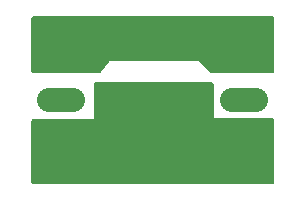
<source format=gbl>
%TF.GenerationSoftware,KiCad,Pcbnew,6.0.6*%
%TF.CreationDate,2022-06-29T17:15:03-04:00*%
%TF.ProjectId,tcke805,74636b65-3830-4352-9e6b-696361645f70,rev?*%
%TF.SameCoordinates,Original*%
%TF.FileFunction,Copper,L2,Bot*%
%TF.FilePolarity,Positive*%
%FSLAX46Y46*%
G04 Gerber Fmt 4.6, Leading zero omitted, Abs format (unit mm)*
G04 Created by KiCad (PCBNEW 6.0.6) date 2022-06-29 17:15:03*
%MOMM*%
%LPD*%
G01*
G04 APERTURE LIST*
%TA.AperFunction,ComponentPad*%
%ADD10O,4.064000X2.032000*%
%TD*%
G04 APERTURE END LIST*
D10*
%TO.P,J3,1,Pin_1*%
%TO.N,GND*%
X102108000Y-73660000D03*
%TD*%
%TO.P,J1,1,Pin_1*%
%TO.N,+5VA*%
X102108000Y-69850000D03*
%TD*%
%TO.P,J5,1,Pin_1*%
%TO.N,/LED+*%
X102108000Y-66040000D03*
%TD*%
%TO.P,J4,1,Pin_1*%
%TO.N,GND*%
X117602000Y-73660000D03*
%TD*%
%TO.P,J2,1,Pin_1*%
%TO.N,+5VP*%
X117602000Y-69850000D03*
%TD*%
%TO.P,J6,1,Pin_1*%
%TO.N,/LED+*%
X117602000Y-66040000D03*
%TD*%
%TA.AperFunction,Conductor*%
%TO.N,/LED+*%
G36*
X119950970Y-62740421D02*
G01*
X119991983Y-62748579D01*
X120037403Y-62767394D01*
X120061646Y-62783593D01*
X120096407Y-62818354D01*
X120112606Y-62842597D01*
X120131421Y-62888017D01*
X120139579Y-62929028D01*
X120142000Y-62953611D01*
X120142000Y-67348389D01*
X120139579Y-67372972D01*
X120131421Y-67413983D01*
X120112606Y-67459403D01*
X120096407Y-67483646D01*
X120061646Y-67518407D01*
X120037403Y-67534606D01*
X119991983Y-67553421D01*
X119950970Y-67561579D01*
X119926389Y-67564000D01*
X114904579Y-67564000D01*
X114879998Y-67561579D01*
X114838985Y-67553421D01*
X114793570Y-67534609D01*
X114758796Y-67511374D01*
X114739709Y-67495709D01*
X113792000Y-66548000D01*
X106172000Y-66548000D01*
X106106700Y-66636274D01*
X105490127Y-67469766D01*
X105470044Y-67491167D01*
X105432364Y-67522932D01*
X105380302Y-67549178D01*
X105332352Y-67560581D01*
X105303201Y-67564000D01*
X99783611Y-67564000D01*
X99759030Y-67561579D01*
X99718017Y-67553421D01*
X99672597Y-67534606D01*
X99648354Y-67518407D01*
X99613593Y-67483646D01*
X99597394Y-67459403D01*
X99578579Y-67413983D01*
X99570421Y-67372972D01*
X99568000Y-67348389D01*
X99568000Y-62953611D01*
X99570421Y-62929028D01*
X99578579Y-62888017D01*
X99597394Y-62842597D01*
X99613593Y-62818354D01*
X99648354Y-62783593D01*
X99672597Y-62767394D01*
X99718017Y-62748579D01*
X99759030Y-62740421D01*
X99783611Y-62738000D01*
X119926389Y-62738000D01*
X119950970Y-62740421D01*
G37*
%TD.AperFunction*%
%TD*%
%TA.AperFunction,Conductor*%
%TO.N,GND*%
G36*
X114817717Y-68327933D02*
G01*
X114866135Y-68337564D01*
X114902400Y-68352586D01*
X114935046Y-68374400D01*
X114962800Y-68402154D01*
X114984614Y-68434800D01*
X114999636Y-68471065D01*
X115009267Y-68519483D01*
X115011200Y-68539109D01*
X115011200Y-71374000D01*
X116463494Y-71374000D01*
X116468058Y-71374104D01*
X116476778Y-71374500D01*
X118679646Y-71374500D01*
X118681835Y-71374324D01*
X118689902Y-71374000D01*
X119928891Y-71374000D01*
X119948517Y-71375933D01*
X119996935Y-71385564D01*
X120033200Y-71400586D01*
X120065846Y-71422400D01*
X120093600Y-71450154D01*
X120115414Y-71482800D01*
X120130436Y-71519065D01*
X120139567Y-71564969D01*
X120141500Y-71584595D01*
X120141500Y-76751405D01*
X120139567Y-76771031D01*
X120130436Y-76816935D01*
X120115414Y-76853200D01*
X120093600Y-76885846D01*
X120065846Y-76913600D01*
X120033200Y-76935414D01*
X119996935Y-76950436D01*
X119951031Y-76959567D01*
X119931405Y-76961500D01*
X99778595Y-76961500D01*
X99758969Y-76959567D01*
X99713065Y-76950436D01*
X99676800Y-76935414D01*
X99644154Y-76913600D01*
X99616400Y-76885846D01*
X99594586Y-76853200D01*
X99579564Y-76816935D01*
X99570433Y-76771031D01*
X99568500Y-76751405D01*
X99568500Y-71635395D01*
X99570433Y-71615769D01*
X99579564Y-71569865D01*
X99594586Y-71533600D01*
X99616400Y-71500954D01*
X99644154Y-71473200D01*
X99676800Y-71451386D01*
X99713065Y-71436364D01*
X99761483Y-71426733D01*
X99781109Y-71424800D01*
X104851200Y-71424800D01*
X104851200Y-68539109D01*
X104853133Y-68519483D01*
X104862764Y-68471065D01*
X104877786Y-68434800D01*
X104899600Y-68402154D01*
X104927354Y-68374400D01*
X104960000Y-68352586D01*
X104996265Y-68337564D01*
X105044683Y-68327933D01*
X105064309Y-68326000D01*
X114798091Y-68326000D01*
X114817717Y-68327933D01*
G37*
%TD.AperFunction*%
%TD*%
M02*

</source>
